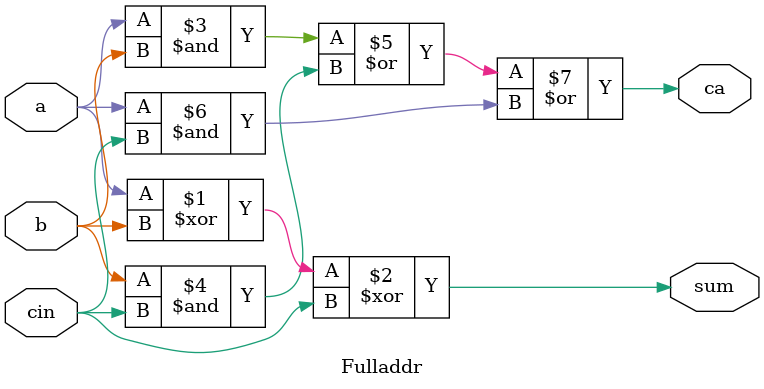
<source format=v>
module Fulladdr(a,b,cin,sum,ca);
input a,b,cin;
output sum,ca;
	assign sum = a^b^cin;
	assign ca = (a&b)|(b&cin)|(a&cin);
endmodule

</source>
